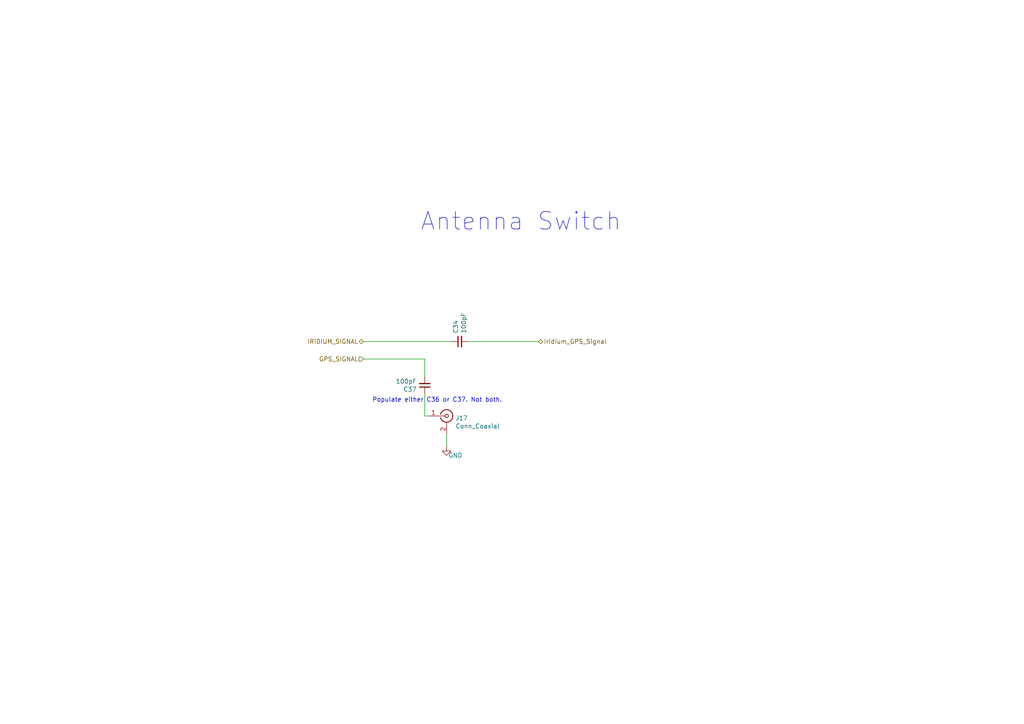
<source format=kicad_sch>
(kicad_sch (version 20230121) (generator eeschema)
  (paper "A4")
  (title_block (title "LCP Controller ") (date "2022-12-19") (rev "0.3") (company "NOAA Pacific Marine Environmental Laboratory") (comment 3 "Current design modified by: Basharat Basharat") (comment 4 "Current design by: Matt Casari") (comment 5 "Current design modified by: Basharat Martin"))
  (lib_symbols
    (symbol "Connector:Conn_Coaxial" (pin_names (offset 1.016) hide)
      (property "Reference" "J" (at 0.254 3.048 0))
      (property "Value" "Conn_Coaxial" (at 2.921 0 90))
      (symbol "Conn_Coaxial_0_1"
        (arc (start -1.778 -0.508) (mid 0.2311 -1.8066) (end 1.778 0) (stroke (width 0.254)))
        (polyline (pts (xy -2.54 0) (xy -0.508 0)))
        (polyline (pts (xy 0 -2.54) (xy 0 -1.778)))
        (circle (center 0 0) (radius 0.508) (stroke (width 0.2032)))
        (arc (start 1.778 0) (mid 0.2099 1.8101) (end -1.778 0.508) (stroke (width 0.254)))
      )
      (symbol "Conn_Coaxial_1_1"
        (pin passive line (at -5.08 0 0) (length 2.54) (name "In") (number "1"))
        (pin passive line (at 0 -5.08 90) (length 2.54) (name "Ext") (number "2"))
      )
    )
    (symbol "Device:C_Small" (pin_numbers hide) (pin_names (offset 0.254) hide)
      (property "Reference" "C" (at 0.254 1.778 0))
      (property "Value" "C_Small" (at 0.254 -2.032 0))
      (symbol "C_Small_0_1"
        (polyline (pts (xy -1.524 -0.508) (xy 1.524 -0.508)) (stroke (width 0.3302)))
        (polyline (pts (xy -1.524 0.508) (xy 1.524 0.508)) (stroke (width 0.3048)))
      )
      (symbol "C_Small_1_1"
        (pin passive line (at 0 2.54 270) (length 2.032) (name "~") (number "1"))
        (pin passive line (at 0 -2.54 90) (length 2.032) (name "~") (number "2"))
      )
    )
    (symbol "power:GND" (power) (pin_names (offset 0))
      (property "Value" "GND" (at 0 -3.81 0))
      (symbol "GND_0_1"
        (polyline (pts (xy 0 0) (xy 0 -1.27) (xy 1.27 -1.27) (xy 0 -2.54) (xy -1.27 -1.27) (xy 0 -1.27)))
      )
      (symbol "GND_1_1"
        (pin power_in line (at 0 0 270) (length 0) hide (name "GND") (number "1"))
      )
    )
  )
  (wire (pts (xy 105.41 104.14) (xy 123.19 104.14)))
  (wire (pts (xy 105.41 99.06) (xy 130.81 99.06)))
  (wire (pts (xy 123.19 120.65) (xy 124.46 120.65)))
  (wire (pts (xy 135.89 99.06) (xy 156.21 99.06)))
  (wire (pts (xy 123.19 114.3) (xy 123.19 120.65)))
  (wire (pts (xy 123.19 109.22) (xy 123.19 104.14)))
  (wire (pts (xy 129.54 125.73) (xy 129.54 129.54)))
  (text "Antenna Switch" (at 180.34 67.31 0) (effects (font (size 5.08 5.08)) (justify right bottom)))
  (text "Populate either C36 or C37. Not both." (at 107.95 116.84 0) (effects (font (size 1.27 1.27)) (justify left bottom)))
  (hierarchical_label "Iridium_GPS_Signal" (shape bidirectional) (at 156.21 99.06 0))
  (hierarchical_label "IRIDIUM_SIGNAL" (shape bidirectional) (at 105.41 99.06 180))
  (hierarchical_label "GPS_SIGNAL" (shape input) (at 105.41 104.14 180))
  (symbol (lib_id "Device:C_Small") (at 133.35 99.06 90) (unit 1)
    (property "Reference" "C34" (at 132.1816 96.7232 0) (effects (justify left)))
    (property "Value" "100pF" (at 134.493 96.7232 0) (effects (justify left)))
    (property "Footprint" "Capacitor_SMD:C_0805_2012Metric" (effects hide))
    (property "MPN" "885012207027" (effects hide))
  )
  (symbol (lib_id "Device:C_Small") (at 123.19 111.76 180) (unit 1)
    (property "Reference" "C37" (at 120.8532 112.9284 0) (effects (justify left)))
    (property "Value" "100pF" (at 120.8532 110.617 0) (effects (justify left)))
    (property "Footprint" "Capacitor_SMD:C_0805_2012Metric" (effects hide))
    (property "MPN" "885012207027" (effects hide))
  )
  (symbol (lib_id "Connector:Conn_Coaxial") (at 129.54 120.65 0) (unit 1)
    (property "Reference" "J17" (at 132.08 121.285 0) (effects (justify left)))
    (property "Value" "Conn_Coaxial" (at 132.08 123.5964 0) (effects (justify left)))
    (property "Footprint" "Connector_Coaxial:U.FL_Hirose_U.FL-R-SMT-1_Vertical" (effects hide))
    (property "Datasheet" " ~" (effects hide))
    (property "MPN" "U.FL-R-SMT-1(10)" (effects hide))
  )
  (symbol (lib_id "power:GND") (at 129.54 129.54 0) (unit 1)
    (property "Reference" "#PWR082" (effects hide))
    (property "Value" "GND" (at 132.08 132.08 0))
  )
)
</source>
